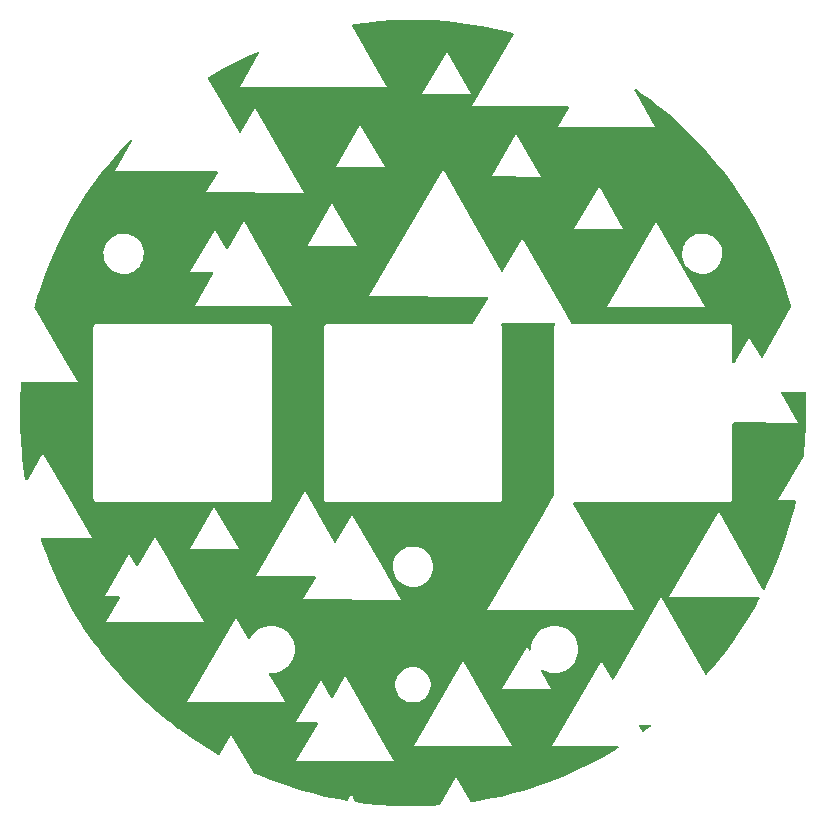
<source format=gbr>
%TF.GenerationSoftware,KiCad,Pcbnew,(7.0.0-0)*%
%TF.CreationDate,2023-03-27T01:09:40-05:00*%
%TF.ProjectId,RP2040_minimal,52503230-3430-45f6-9d69-6e696d616c2e,REV1*%
%TF.SameCoordinates,Original*%
%TF.FileFunction,Copper,L1,Top*%
%TF.FilePolarity,Positive*%
%FSLAX46Y46*%
G04 Gerber Fmt 4.6, Leading zero omitted, Abs format (unit mm)*
G04 Created by KiCad (PCBNEW (7.0.0-0)) date 2023-03-27 01:09:40*
%MOMM*%
%LPD*%
G01*
G04 APERTURE LIST*
G04 APERTURE END LIST*
%TA.AperFunction,Conductor*%
%TO.N,GND*%
G36*
X576479Y33294480D02*
G01*
X1721925Y33254920D01*
X1725331Y33254744D01*
X2868756Y33175669D01*
X2872064Y33175384D01*
X4012128Y33056884D01*
X4015487Y33056476D01*
X5150761Y32898700D01*
X5154062Y32898183D01*
X6283206Y32701317D01*
X6286519Y32700681D01*
X7408184Y32464960D01*
X7411508Y32464200D01*
X8455042Y32206992D01*
X8506374Y32175463D01*
X8529926Y32120017D01*
X8516979Y32061183D01*
X5006541Y26011274D01*
X5006540Y26011272D01*
X5000000Y26000000D01*
X13084804Y25982461D01*
X13134272Y25969090D01*
X13170430Y25932775D01*
X13183586Y25883246D01*
X13170215Y25833775D01*
X12244859Y24239010D01*
X12244858Y24239008D01*
X12238318Y24227736D01*
X20530524Y24209746D01*
X18767644Y27278498D01*
X18754499Y27329233D01*
X18769098Y27379571D01*
X18807351Y27415402D01*
X18858535Y27426681D01*
X18908305Y27410249D01*
X18914841Y27405903D01*
X18917638Y27403973D01*
X19432734Y27035141D01*
X19849535Y26736692D01*
X19852279Y26734654D01*
X20304036Y26386976D01*
X20760564Y26035625D01*
X20763202Y26033520D01*
X21004993Y25833775D01*
X21646807Y25303566D01*
X21649404Y25301345D01*
X22507314Y24541303D01*
X22509833Y24538992D01*
X23340962Y23749826D01*
X23343399Y23747431D01*
X23659622Y23425702D01*
X23957277Y23122863D01*
X24146822Y22930018D01*
X24149175Y22927539D01*
X24923866Y22082926D01*
X24926133Y22080368D01*
X25671243Y21209478D01*
X25673419Y21206844D01*
X26388015Y20310771D01*
X26390100Y20308062D01*
X27073355Y19387837D01*
X27075344Y19385058D01*
X27726392Y18441852D01*
X27728285Y18439007D01*
X28346432Y17473824D01*
X28348225Y17470914D01*
X28932656Y16485027D01*
X28934348Y16482058D01*
X29484424Y15476545D01*
X29486012Y15473519D01*
X30001047Y14449634D01*
X30002529Y14446557D01*
X30481920Y13405496D01*
X30483284Y13402394D01*
X30926455Y12345407D01*
X30927722Y12342233D01*
X31334150Y11270570D01*
X31335306Y11267354D01*
X31704490Y10182339D01*
X31705535Y10179085D01*
X32037054Y9081954D01*
X32037986Y9078667D01*
X32053445Y9020305D01*
X32055865Y8981787D01*
X32043374Y8945270D01*
X29595974Y4727411D01*
X29559659Y4691253D01*
X29510130Y4678097D01*
X29460659Y4691468D01*
X29424502Y4727782D01*
X28469476Y6390254D01*
X28462936Y6378984D01*
X28462934Y6378981D01*
X27539207Y4787026D01*
X27476003Y4678097D01*
X27235129Y4262974D01*
X27198851Y4226838D01*
X27149371Y4213660D01*
X27099926Y4226966D01*
X27063742Y4263197D01*
X27050500Y4312660D01*
X27050500Y7194272D01*
X27051823Y7203764D01*
X27051044Y7203836D01*
X27051890Y7212968D01*
X27054401Y7221793D01*
X27050922Y7259338D01*
X27050500Y7268472D01*
X27050500Y7273263D01*
X27050500Y7277844D01*
X27048778Y7287055D01*
X27047514Y7296103D01*
X27044035Y7333660D01*
X27039945Y7341873D01*
X27038569Y7346711D01*
X27036747Y7351414D01*
X27035061Y7360433D01*
X27015217Y7392482D01*
X27010766Y7400472D01*
X27005557Y7410933D01*
X26993958Y7434228D01*
X26987179Y7440408D01*
X26984145Y7444426D01*
X26980748Y7448152D01*
X26975919Y7455952D01*
X26945833Y7478672D01*
X26938798Y7484513D01*
X26934780Y7488176D01*
X26910933Y7509916D01*
X26902381Y7513230D01*
X26898104Y7515878D01*
X26893582Y7518130D01*
X26886264Y7523656D01*
X26877443Y7526166D01*
X26877441Y7526167D01*
X26850001Y7533974D01*
X26841332Y7536880D01*
X26814726Y7547187D01*
X26814723Y7547188D01*
X26806173Y7550500D01*
X26797002Y7550500D01*
X26792053Y7551425D01*
X26787030Y7551891D01*
X26778207Y7554401D01*
X26769074Y7553555D01*
X26769072Y7553555D01*
X26740662Y7550922D01*
X26731528Y7550500D01*
X13485737Y7550500D01*
X13436144Y7563817D01*
X13399893Y7600186D01*
X12606216Y8981787D01*
X12595753Y9000000D01*
X16400000Y9000000D01*
X24692206Y8982010D01*
X22059268Y13565325D01*
X22795748Y13565325D01*
X22795893Y13561540D01*
X22795893Y13561537D01*
X22800755Y13434675D01*
X22805749Y13304407D01*
X22806469Y13300691D01*
X22806471Y13300680D01*
X22854739Y13051798D01*
X22854740Y13051791D01*
X22855462Y13048073D01*
X22943721Y12802332D01*
X23068459Y12572943D01*
X23226750Y12365284D01*
X23414886Y12184222D01*
X23628456Y12034001D01*
X23862453Y11918141D01*
X24111395Y11839359D01*
X24369445Y11799500D01*
X24563272Y11799500D01*
X24565177Y11799500D01*
X24760344Y11814484D01*
X25014586Y11873979D01*
X25256766Y11971586D01*
X25481208Y12105018D01*
X25682652Y12271148D01*
X25856375Y12466080D01*
X25998306Y12685247D01*
X26105118Y12923511D01*
X26174307Y13175287D01*
X26204252Y13434675D01*
X26194251Y13695593D01*
X26144538Y13951927D01*
X26056279Y14197668D01*
X25931541Y14427057D01*
X25773250Y14634716D01*
X25585114Y14815778D01*
X25371544Y14965999D01*
X25249410Y15026472D01*
X25140949Y15080175D01*
X25140944Y15080177D01*
X25137547Y15081859D01*
X25133931Y15083004D01*
X25133927Y15083005D01*
X24892227Y15159495D01*
X24892224Y15159496D01*
X24888605Y15160641D01*
X24884861Y15161220D01*
X24884854Y15161221D01*
X24634306Y15199921D01*
X24634301Y15199922D01*
X24630555Y15200500D01*
X24434823Y15200500D01*
X24432938Y15200356D01*
X24432930Y15200355D01*
X24243441Y15185807D01*
X24243435Y15185807D01*
X24239656Y15185516D01*
X24235962Y15184652D01*
X24235958Y15184651D01*
X23989100Y15126884D01*
X23989094Y15126883D01*
X23985414Y15126021D01*
X23981910Y15124610D01*
X23981901Y15124606D01*
X23746756Y15029834D01*
X23746750Y15029832D01*
X23743234Y15028414D01*
X23739979Y15026480D01*
X23739965Y15026472D01*
X23522059Y14896925D01*
X23522052Y14896921D01*
X23518792Y14894982D01*
X23515863Y14892567D01*
X23515858Y14892563D01*
X23320275Y14731267D01*
X23320266Y14731260D01*
X23317348Y14728852D01*
X23314831Y14726028D01*
X23314824Y14726021D01*
X23146150Y14536754D01*
X23146146Y14536749D01*
X23143625Y14533920D01*
X23141567Y14530743D01*
X23141560Y14530733D01*
X23003756Y14317938D01*
X23003752Y14317933D01*
X23001694Y14314753D01*
X23000145Y14311298D01*
X23000143Y14311294D01*
X22896436Y14079957D01*
X22896433Y14079950D01*
X22894882Y14076489D01*
X22893876Y14072830D01*
X22893874Y14072823D01*
X22826699Y13828377D01*
X22826696Y13828367D01*
X22825693Y13824713D01*
X22825258Y13820951D01*
X22825257Y13820942D01*
X22796182Y13569088D01*
X22795748Y13565325D01*
X22059268Y13565325D01*
X20561682Y16172264D01*
X20555142Y16160994D01*
X20555140Y16160991D01*
X16406541Y9011274D01*
X16406540Y9011272D01*
X16400000Y9000000D01*
X12595753Y9000000D01*
X9269476Y14790254D01*
X9262936Y14778984D01*
X9262934Y14778981D01*
X7649646Y11998633D01*
X7613331Y11962475D01*
X7563802Y11949319D01*
X7514331Y11962690D01*
X7478174Y11999004D01*
X5404374Y15608995D01*
X13663897Y15608995D01*
X17810000Y15600000D01*
X15744738Y19195128D01*
X15738198Y19183858D01*
X15738196Y19183855D01*
X13670438Y15620269D01*
X13670437Y15620267D01*
X13663897Y15608995D01*
X5404374Y15608995D01*
X2859510Y20038995D01*
X6673897Y20038995D01*
X10820000Y20030000D01*
X8754738Y23625128D01*
X8748198Y23613858D01*
X8748196Y23613855D01*
X6680438Y20050269D01*
X6680437Y20050267D01*
X6673897Y20038995D01*
X2859510Y20038995D01*
X2520000Y20630000D01*
X2513460Y20618730D01*
X2513458Y20618727D01*
X-3715982Y9882877D01*
X-3715983Y9882875D01*
X-3722523Y9871603D01*
X6231226Y9850009D01*
X6280697Y9836638D01*
X6316855Y9800323D01*
X6330011Y9750794D01*
X6316640Y9701323D01*
X5114334Y7629262D01*
X5114333Y7629261D01*
X5107794Y7617990D01*
X5109851Y7617986D01*
X5092997Y7585753D01*
X5059026Y7559745D01*
X5017252Y7550500D01*
X-7194272Y7550500D01*
X-7203764Y7551824D01*
X-7203836Y7551044D01*
X-7212970Y7551891D01*
X-7221793Y7554401D01*
X-7230926Y7553555D01*
X-7230928Y7553555D01*
X-7259338Y7550922D01*
X-7268472Y7550500D01*
X-7277844Y7550500D01*
X-7282339Y7549661D01*
X-7282350Y7549659D01*
X-7287061Y7548778D01*
X-7296105Y7547517D01*
X-7324522Y7544883D01*
X-7324528Y7544882D01*
X-7333660Y7544035D01*
X-7341870Y7539949D01*
X-7346717Y7538569D01*
X-7351423Y7536747D01*
X-7360433Y7535061D01*
X-7368226Y7530237D01*
X-7368229Y7530235D01*
X-7392484Y7515217D01*
X-7400466Y7510771D01*
X-7426015Y7498049D01*
X-7426021Y7498046D01*
X-7434228Y7493958D01*
X-7440406Y7487183D01*
X-7444437Y7484138D01*
X-7448160Y7480745D01*
X-7455952Y7475919D01*
X-7461478Y7468603D01*
X-7461480Y7468600D01*
X-7478678Y7445826D01*
X-7484512Y7438801D01*
X-7509916Y7410933D01*
X-7513228Y7402386D01*
X-7515876Y7398109D01*
X-7518130Y7393583D01*
X-7523656Y7386264D01*
X-7526166Y7377446D01*
X-7526169Y7377438D01*
X-7533976Y7349998D01*
X-7536880Y7341331D01*
X-7547188Y7314724D01*
X-7547189Y7314722D01*
X-7550500Y7306173D01*
X-7550500Y7297003D01*
X-7551425Y7292054D01*
X-7551891Y7287031D01*
X-7554401Y7278207D01*
X-7553555Y7269076D01*
X-7553555Y7269073D01*
X-7550922Y7240662D01*
X-7550500Y7231528D01*
X-7550500Y-7194272D01*
X-7551824Y-7203763D01*
X-7551044Y-7203836D01*
X-7551891Y-7212969D01*
X-7554401Y-7221793D01*
X-7553555Y-7230924D01*
X-7553555Y-7230927D01*
X-7550922Y-7259338D01*
X-7550500Y-7268472D01*
X-7550500Y-7277844D01*
X-7549660Y-7282343D01*
X-7549659Y-7282344D01*
X-7548778Y-7287059D01*
X-7547517Y-7296105D01*
X-7544884Y-7324521D01*
X-7544882Y-7324531D01*
X-7544035Y-7333660D01*
X-7539947Y-7341871D01*
X-7538568Y-7346716D01*
X-7536748Y-7351416D01*
X-7535061Y-7360433D01*
X-7515207Y-7392498D01*
X-7510772Y-7400460D01*
X-7493958Y-7434228D01*
X-7487180Y-7440407D01*
X-7484141Y-7444431D01*
X-7480749Y-7448152D01*
X-7475919Y-7455952D01*
X-7445830Y-7478674D01*
X-7438805Y-7484507D01*
X-7410933Y-7509916D01*
X-7402373Y-7513232D01*
X-7398088Y-7515885D01*
X-7393586Y-7518126D01*
X-7386264Y-7523656D01*
X-7349998Y-7533974D01*
X-7341343Y-7536874D01*
X-7306173Y-7550500D01*
X-7296996Y-7550500D01*
X-7292049Y-7551425D01*
X-7287034Y-7551889D01*
X-7278207Y-7554401D01*
X-7240663Y-7550922D01*
X-7231528Y-7550500D01*
X7194272Y-7550500D01*
X7203763Y-7551823D01*
X7203836Y-7551044D01*
X7212967Y-7551890D01*
X7221793Y-7554401D01*
X7259337Y-7550922D01*
X7268472Y-7550500D01*
X7273263Y-7550500D01*
X7277844Y-7550500D01*
X7287049Y-7548778D01*
X7296107Y-7547514D01*
X7333660Y-7544035D01*
X7341876Y-7539943D01*
X7346714Y-7538567D01*
X7351411Y-7536747D01*
X7360433Y-7535061D01*
X7392491Y-7515210D01*
X7400463Y-7510770D01*
X7434228Y-7493958D01*
X7440413Y-7487172D01*
X7444434Y-7484136D01*
X7448147Y-7480750D01*
X7455952Y-7475919D01*
X7478673Y-7445829D01*
X7484504Y-7438806D01*
X7509916Y-7410933D01*
X7513230Y-7402375D01*
X7515873Y-7398108D01*
X7518122Y-7393591D01*
X7523656Y-7386264D01*
X7533977Y-7349983D01*
X7536872Y-7341348D01*
X7550500Y-7306173D01*
X7550500Y-7296998D01*
X7551425Y-7292050D01*
X7551889Y-7287033D01*
X7554401Y-7278207D01*
X7550922Y-7240662D01*
X7550500Y-7231528D01*
X7550500Y7194272D01*
X7551823Y7203764D01*
X7551044Y7203836D01*
X7551890Y7212968D01*
X7554401Y7221793D01*
X7550922Y7259338D01*
X7550500Y7268472D01*
X7550500Y7273263D01*
X7550500Y7277844D01*
X7548778Y7287055D01*
X7547514Y7296103D01*
X7544035Y7333660D01*
X7539945Y7341873D01*
X7538569Y7346711D01*
X7536747Y7351414D01*
X7535061Y7360433D01*
X7515217Y7392482D01*
X7510766Y7400472D01*
X7505557Y7410933D01*
X7493958Y7434228D01*
X7487179Y7440408D01*
X7484145Y7444426D01*
X7481813Y7446984D01*
X7479759Y7451233D01*
X7476150Y7455580D01*
X7475916Y7455958D01*
X7477116Y7456702D01*
X7457257Y7497794D01*
X7464453Y7553767D01*
X7501062Y7596714D01*
X7555186Y7612681D01*
X11941328Y7603165D01*
X11995293Y7587023D01*
X12031719Y7544056D01*
X12038812Y7488176D01*
X12014276Y7437472D01*
X11996263Y7417712D01*
X11996261Y7417710D01*
X11990084Y7410933D01*
X11986771Y7402386D01*
X11984124Y7398109D01*
X11981870Y7393583D01*
X11976344Y7386264D01*
X11973834Y7377446D01*
X11973831Y7377438D01*
X11966024Y7349998D01*
X11963120Y7341331D01*
X11952812Y7314724D01*
X11952811Y7314722D01*
X11949500Y7306173D01*
X11949500Y7297003D01*
X11948575Y7292054D01*
X11948109Y7287031D01*
X11945599Y7278207D01*
X11946445Y7269076D01*
X11946445Y7269073D01*
X11949078Y7240662D01*
X11949500Y7231528D01*
X11949500Y-6861665D01*
X11936129Y-6911350D01*
X11060149Y-8421019D01*
X6288828Y-16643938D01*
X6288827Y-16643940D01*
X6282287Y-16655212D01*
X18720596Y-16682197D01*
X18088581Y-15582010D01*
X13559989Y-7698814D01*
X13546833Y-7649339D01*
X13560150Y-7599907D01*
X13596380Y-7563737D01*
X13645833Y-7550500D01*
X26694272Y-7550500D01*
X26703763Y-7551823D01*
X26703836Y-7551044D01*
X26712967Y-7551890D01*
X26721793Y-7554401D01*
X26759337Y-7550922D01*
X26768472Y-7550500D01*
X26773263Y-7550500D01*
X26777844Y-7550500D01*
X26787049Y-7548778D01*
X26796107Y-7547514D01*
X26833660Y-7544035D01*
X26841876Y-7539943D01*
X26846714Y-7538567D01*
X26851411Y-7536747D01*
X26860433Y-7535061D01*
X26892491Y-7515210D01*
X26900463Y-7510770D01*
X26934228Y-7493958D01*
X26940413Y-7487172D01*
X26944434Y-7484136D01*
X26948147Y-7480750D01*
X26955952Y-7475919D01*
X26978673Y-7445829D01*
X26984504Y-7438806D01*
X27009916Y-7410933D01*
X27013230Y-7402375D01*
X27015873Y-7398108D01*
X27018122Y-7393591D01*
X27023656Y-7386264D01*
X27033977Y-7349983D01*
X27036872Y-7341348D01*
X27050500Y-7306173D01*
X27050500Y-7296998D01*
X27051425Y-7292050D01*
X27051889Y-7287033D01*
X27054401Y-7278207D01*
X27050922Y-7240662D01*
X27050500Y-7231528D01*
X27050500Y-887175D01*
X27063799Y-837613D01*
X27100124Y-801367D01*
X27149714Y-788175D01*
X32600000Y-800000D01*
X31185457Y1662381D01*
X31172302Y1711908D01*
X31185673Y1761379D01*
X31221988Y1797537D01*
X31271516Y1810693D01*
X33151807Y1806614D01*
X33199729Y1794123D01*
X33235606Y1759983D01*
X33250458Y1712738D01*
X33279569Y1151079D01*
X33279687Y1147664D01*
X33299470Y1709D01*
X33299470Y-1709D01*
X33279687Y-1147663D01*
X33279569Y-1151078D01*
X33220245Y-2295640D01*
X33220010Y-2299050D01*
X33121210Y-3440950D01*
X33120856Y-3444350D01*
X33104317Y-3580555D01*
X33091668Y-3618307D01*
X30914335Y-7370736D01*
X30914334Y-7370738D01*
X30907794Y-7382010D01*
X32341238Y-7385119D01*
X32396909Y-7402402D01*
X32433205Y-7448017D01*
X32437540Y-7506149D01*
X32332257Y-7967424D01*
X32331439Y-7970742D01*
X32037986Y-9078665D01*
X32037054Y-9081953D01*
X31705535Y-10179084D01*
X31704490Y-10182338D01*
X31335306Y-11267353D01*
X31334150Y-11270569D01*
X30927722Y-12342232D01*
X30926455Y-12345406D01*
X30483284Y-13402393D01*
X30481910Y-13405516D01*
X30460539Y-13451927D01*
X30002530Y-14446554D01*
X30001047Y-14449633D01*
X29774704Y-14899600D01*
X29739370Y-14938662D01*
X29689003Y-14954074D01*
X29637861Y-14941473D01*
X29600419Y-14904426D01*
X29483271Y-14700500D01*
X25869476Y-8409746D01*
X25862936Y-8421016D01*
X25862934Y-8421019D01*
X21714335Y-15570736D01*
X21714334Y-15570738D01*
X21707794Y-15582010D01*
X29250987Y-15598374D01*
X29299916Y-15611434D01*
X29335986Y-15646983D01*
X29349756Y-15695719D01*
X29337623Y-15744888D01*
X28934348Y-16482057D01*
X28932656Y-16485026D01*
X28348225Y-17470913D01*
X28346432Y-17473823D01*
X27728285Y-18439006D01*
X27726392Y-18441851D01*
X27075344Y-19385057D01*
X27073355Y-19387836D01*
X26390100Y-20308061D01*
X26388015Y-20310770D01*
X25673419Y-21206843D01*
X25671243Y-21209477D01*
X24926146Y-22080352D01*
X24923880Y-22082910D01*
X24892516Y-22117105D01*
X24839476Y-22147163D01*
X24778882Y-22140445D01*
X24733713Y-22099501D01*
X21006492Y-15611301D01*
X21006491Y-15611300D01*
X21000000Y-15600000D01*
X20993460Y-15611270D01*
X20993458Y-15611273D01*
X16987454Y-22515240D01*
X16951139Y-22551398D01*
X16901610Y-22564554D01*
X16852139Y-22551183D01*
X16815982Y-22514869D01*
X15961682Y-21027736D01*
X15955142Y-21039006D01*
X15955140Y-21039009D01*
X11806541Y-28188726D01*
X11806540Y-28188728D01*
X11800000Y-28200000D01*
X17333441Y-28212004D01*
X17382380Y-28225069D01*
X17418452Y-28260632D01*
X17432212Y-28309381D01*
X17420057Y-28358555D01*
X17385171Y-28395281D01*
X16981959Y-28643808D01*
X16979019Y-28645551D01*
X15983160Y-29212896D01*
X15980162Y-29214536D01*
X14965318Y-29747168D01*
X14962264Y-29748704D01*
X13929640Y-30245989D01*
X13926536Y-30247418D01*
X12877384Y-30708756D01*
X12874232Y-30710078D01*
X11809759Y-31134936D01*
X11806564Y-31136148D01*
X10728056Y-31524015D01*
X10724820Y-31525116D01*
X9633567Y-31875525D01*
X9630296Y-31876513D01*
X8527615Y-32189043D01*
X8524311Y-32189918D01*
X7411508Y-32464199D01*
X7408176Y-32464960D01*
X6286540Y-32700675D01*
X6283184Y-32701320D01*
X5154096Y-32898176D01*
X5150719Y-32898705D01*
X4956479Y-32925699D01*
X4899288Y-32916541D01*
X4857008Y-32876955D01*
X3675968Y-30821047D01*
X3675967Y-30821046D01*
X3669476Y-30809746D01*
X3662936Y-30821016D01*
X3662934Y-30821019D01*
X2299113Y-33171433D01*
X2265823Y-33205781D01*
X2220314Y-33220511D01*
X1725334Y-33254742D01*
X1721921Y-33254919D01*
X576479Y-33294480D01*
X573062Y-33294539D01*
X-573062Y-33294539D01*
X-576479Y-33294480D01*
X-1721922Y-33254919D01*
X-1725335Y-33254742D01*
X-2868708Y-33175672D01*
X-2872113Y-33175378D01*
X-4012112Y-33056885D01*
X-4015505Y-33056473D01*
X-4794820Y-32948166D01*
X-4836578Y-32932165D01*
X-4867036Y-32899422D01*
X-5202667Y-32315168D01*
X-5202668Y-32315167D01*
X-5209159Y-32303867D01*
X-5215699Y-32315137D01*
X-5215701Y-32315140D01*
X-5482626Y-32775160D01*
X-5526427Y-32815204D01*
X-5585259Y-32823003D01*
X-6283185Y-32701320D01*
X-6286541Y-32700675D01*
X-7408177Y-32464960D01*
X-7411509Y-32464199D01*
X-8524312Y-32189918D01*
X-8527616Y-32189043D01*
X-9630297Y-31876513D01*
X-9633568Y-31875525D01*
X-10724821Y-31525116D01*
X-10728057Y-31524015D01*
X-11806565Y-31136148D01*
X-11809760Y-31134936D01*
X-12874233Y-30710078D01*
X-12877385Y-30708756D01*
X-13502996Y-30433659D01*
X-13529300Y-30416686D01*
X-13548990Y-30392348D01*
X-13632247Y-30247418D01*
X-15369159Y-27223867D01*
X-15375699Y-27235137D01*
X-15375701Y-27235140D01*
X-16339804Y-28896679D01*
X-16375893Y-28932706D01*
X-16425125Y-28945993D01*
X-16474439Y-28933013D01*
X-16979020Y-28645551D01*
X-16981960Y-28643808D01*
X-17957628Y-28042437D01*
X-17960506Y-28040594D01*
X-18914850Y-27405896D01*
X-18917662Y-27403955D01*
X-19849536Y-26736691D01*
X-19852280Y-26734653D01*
X-20611950Y-26150000D01*
X-9900000Y-26150000D01*
X-8133662Y-26153832D01*
X-8084194Y-26167202D01*
X-8048036Y-26203517D01*
X-8034880Y-26253046D01*
X-8048251Y-26302517D01*
X-9875141Y-29450990D01*
X-9875142Y-29450992D01*
X-9881682Y-29462264D01*
X-1589476Y-29480254D01*
X-2335267Y-28182010D01*
X107794Y-28182010D01*
X8400000Y-28200000D01*
X5608694Y-23341005D01*
X7553897Y-23341005D01*
X11700000Y-23350000D01*
X10841622Y-21855770D01*
X10828467Y-21806756D01*
X10841327Y-21757663D01*
X10876822Y-21721392D01*
X10925625Y-21707474D01*
X10974912Y-21719566D01*
X11166839Y-21824367D01*
X11170140Y-21825598D01*
X11170144Y-21825600D01*
X11251036Y-21855771D01*
X11434954Y-21924369D01*
X11714572Y-21985196D01*
X11928552Y-22000500D01*
X12069684Y-22000500D01*
X12071448Y-22000500D01*
X12285428Y-21985196D01*
X12565046Y-21924369D01*
X12833161Y-21824367D01*
X13084315Y-21687226D01*
X13313395Y-21515739D01*
X13515739Y-21313395D01*
X13687226Y-21084315D01*
X13824367Y-20833161D01*
X13924369Y-20565046D01*
X13985196Y-20285428D01*
X14005610Y-20000000D01*
X13985196Y-19714572D01*
X13924369Y-19434954D01*
X13824367Y-19166839D01*
X13687226Y-18915685D01*
X13515739Y-18686605D01*
X13313395Y-18484261D01*
X13254840Y-18440427D01*
X13087141Y-18314889D01*
X13087136Y-18314885D01*
X13084315Y-18312774D01*
X12833161Y-18175633D01*
X12829865Y-18174404D01*
X12829855Y-18174399D01*
X12568360Y-18076867D01*
X12568359Y-18076866D01*
X12565046Y-18075631D01*
X12561600Y-18074881D01*
X12561592Y-18074879D01*
X12288870Y-18015552D01*
X12288859Y-18015550D01*
X12285428Y-18014804D01*
X12281919Y-18014553D01*
X12281912Y-18014552D01*
X12073204Y-17999625D01*
X12073187Y-17999624D01*
X12071448Y-17999500D01*
X11928552Y-17999500D01*
X11926813Y-17999624D01*
X11926795Y-17999625D01*
X11718087Y-18014552D01*
X11718078Y-18014553D01*
X11714572Y-18014804D01*
X11711142Y-18015550D01*
X11711129Y-18015552D01*
X11438407Y-18074879D01*
X11438395Y-18074882D01*
X11434954Y-18075631D01*
X11431644Y-18076865D01*
X11431639Y-18076867D01*
X11170144Y-18174399D01*
X11170128Y-18174406D01*
X11166839Y-18175633D01*
X11163743Y-18177323D01*
X11163742Y-18177324D01*
X10918784Y-18311081D01*
X10918775Y-18311086D01*
X10915685Y-18312774D01*
X10912869Y-18314881D01*
X10912858Y-18314889D01*
X10689433Y-18482143D01*
X10689424Y-18482150D01*
X10686605Y-18484261D01*
X10684116Y-18486749D01*
X10684109Y-18486756D01*
X10486756Y-18684109D01*
X10486749Y-18684116D01*
X10484261Y-18686605D01*
X10482150Y-18689424D01*
X10482143Y-18689433D01*
X10314889Y-18912858D01*
X10314881Y-18912869D01*
X10312774Y-18915685D01*
X10311086Y-18918775D01*
X10311081Y-18918784D01*
X10177324Y-19163742D01*
X10175633Y-19166839D01*
X10174406Y-19170128D01*
X10174399Y-19170144D01*
X10093205Y-19387836D01*
X10075631Y-19434954D01*
X10074882Y-19438395D01*
X10074879Y-19438407D01*
X10015552Y-19711129D01*
X10015550Y-19711142D01*
X10014804Y-19714572D01*
X10014553Y-19718078D01*
X10014552Y-19718087D01*
X10011115Y-19766145D01*
X9994390Y-20000000D01*
X9994642Y-20003523D01*
X9994642Y-20003526D01*
X9994654Y-20003694D01*
X9994642Y-20003754D01*
X9994642Y-20007063D01*
X9993979Y-20007063D01*
X9984309Y-20055319D01*
X9948959Y-20094339D01*
X9898604Y-20109718D01*
X9847485Y-20097106D01*
X9810062Y-20060069D01*
X9641230Y-19766173D01*
X9641229Y-19766172D01*
X9634738Y-19754872D01*
X9628198Y-19766142D01*
X9628196Y-19766145D01*
X7560438Y-23329731D01*
X7560437Y-23329733D01*
X7553897Y-23341005D01*
X5608694Y-23341005D01*
X4736472Y-21822675D01*
X4275968Y-21021047D01*
X4275967Y-21021046D01*
X4269476Y-21009746D01*
X4262936Y-21021016D01*
X4262934Y-21021019D01*
X114335Y-28170736D01*
X114334Y-28170738D01*
X107794Y-28182010D01*
X-2335267Y-28182010D01*
X-5240707Y-23124335D01*
X-1500500Y-23124335D01*
X-1499828Y-23128364D01*
X-1499827Y-23128372D01*
X-1462849Y-23349971D01*
X-1459571Y-23369614D01*
X-1458246Y-23373474D01*
X-1458244Y-23373481D01*
X-1380158Y-23600936D01*
X-1378828Y-23604810D01*
X-1376881Y-23608407D01*
X-1376880Y-23608410D01*
X-1262424Y-23819907D01*
X-1262420Y-23819913D01*
X-1260474Y-23823509D01*
X-1257962Y-23826736D01*
X-1257959Y-23826741D01*
X-1142744Y-23974768D01*
X-1107738Y-24019744D01*
X-924785Y-24188164D01*
X-716607Y-24324173D01*
X-488881Y-24424063D01*
X-247821Y-24485108D01*
X-62067Y-24500500D01*
X60033Y-24500500D01*
X62067Y-24500500D01*
X247821Y-24485108D01*
X488881Y-24424063D01*
X716607Y-24324173D01*
X924785Y-24188164D01*
X1107738Y-24019744D01*
X1260474Y-23823509D01*
X1378828Y-23604810D01*
X1459571Y-23369614D01*
X1500500Y-23124335D01*
X1500500Y-22875665D01*
X1459571Y-22630386D01*
X1378828Y-22395190D01*
X1260474Y-22176491D01*
X1232418Y-22140445D01*
X1131259Y-22010476D01*
X1107738Y-21980256D01*
X924785Y-21811836D01*
X917009Y-21806756D01*
X783556Y-21719567D01*
X716607Y-21675827D01*
X712870Y-21674188D01*
X712865Y-21674185D01*
X492622Y-21577578D01*
X488881Y-21575937D01*
X484926Y-21574935D01*
X484919Y-21574933D01*
X251786Y-21515896D01*
X251785Y-21515895D01*
X247821Y-21514892D01*
X243744Y-21514554D01*
X243743Y-21514554D01*
X64092Y-21499667D01*
X64072Y-21499666D01*
X62067Y-21499500D01*
X-62067Y-21499500D01*
X-64072Y-21499666D01*
X-64093Y-21499667D01*
X-243744Y-21514554D01*
X-243747Y-21514554D01*
X-247821Y-21514892D01*
X-251784Y-21515895D01*
X-251787Y-21515896D01*
X-484920Y-21574933D01*
X-484931Y-21574936D01*
X-488881Y-21575937D01*
X-492619Y-21577576D01*
X-492623Y-21577578D01*
X-712866Y-21674185D01*
X-712877Y-21674190D01*
X-716607Y-21675827D01*
X-720024Y-21678059D01*
X-720027Y-21678061D01*
X-921364Y-21809600D01*
X-921372Y-21809605D01*
X-924785Y-21811836D01*
X-927793Y-21814604D01*
X-927793Y-21814605D01*
X-1104725Y-21977481D01*
X-1104734Y-21977489D01*
X-1107738Y-21980256D01*
X-1110251Y-21983483D01*
X-1110256Y-21983490D01*
X-1257959Y-22173258D01*
X-1257967Y-22173268D01*
X-1260474Y-22176491D01*
X-1262417Y-22180080D01*
X-1262424Y-22180092D01*
X-1376880Y-22391589D01*
X-1376884Y-22391596D01*
X-1378828Y-22395190D01*
X-1380157Y-22399058D01*
X-1380158Y-22399063D01*
X-1458244Y-22626518D01*
X-1458247Y-22626527D01*
X-1459571Y-22630386D01*
X-1460243Y-22634412D01*
X-1460244Y-22634417D01*
X-1499827Y-22871627D01*
X-1499828Y-22871636D01*
X-1500500Y-22875665D01*
X-1500500Y-23124335D01*
X-5240707Y-23124335D01*
X-5590822Y-22514868D01*
X-5713508Y-22301301D01*
X-5713509Y-22301300D01*
X-5720000Y-22290000D01*
X-5726540Y-22301270D01*
X-5726542Y-22301273D01*
X-6767838Y-24095846D01*
X-6804153Y-24132004D01*
X-6853682Y-24145160D01*
X-6903153Y-24131789D01*
X-6939310Y-24095475D01*
X-7819159Y-22563867D01*
X-7825699Y-22575137D01*
X-7825701Y-22575140D01*
X-9893459Y-26138726D01*
X-9893460Y-26138728D01*
X-9900000Y-26150000D01*
X-20611950Y-26150000D01*
X-20760548Y-26035637D01*
X-20763220Y-26033506D01*
X-21646808Y-25303565D01*
X-21649405Y-25301344D01*
X-22507315Y-24541302D01*
X-22509834Y-24538991D01*
X-22569845Y-24482010D01*
X-19112206Y-24482010D01*
X-10820000Y-24500000D01*
X-11467142Y-23373481D01*
X-12171088Y-22148080D01*
X-12184225Y-22096836D01*
X-12169100Y-22046144D01*
X-12130032Y-22010476D01*
X-12078175Y-22000019D01*
X-12077169Y-22000090D01*
X-12071448Y-22000500D01*
X-11930316Y-22000500D01*
X-11928552Y-22000500D01*
X-11714572Y-21985196D01*
X-11434954Y-21924369D01*
X-11166839Y-21824367D01*
X-10915685Y-21687226D01*
X-10686605Y-21515739D01*
X-10484261Y-21313395D01*
X-10312774Y-21084315D01*
X-10175633Y-20833161D01*
X-10075631Y-20565046D01*
X-10014804Y-20285428D01*
X-9994390Y-20000000D01*
X-10014804Y-19714572D01*
X-10075631Y-19434954D01*
X-10175633Y-19166839D01*
X-10312774Y-18915685D01*
X-10484261Y-18686605D01*
X-10686605Y-18484261D01*
X-10745160Y-18440427D01*
X-10912859Y-18314889D01*
X-10912864Y-18314885D01*
X-10915685Y-18312774D01*
X-11166839Y-18175633D01*
X-11170135Y-18174404D01*
X-11170145Y-18174399D01*
X-11431640Y-18076867D01*
X-11431641Y-18076866D01*
X-11434954Y-18075631D01*
X-11438400Y-18074881D01*
X-11438408Y-18074879D01*
X-11711130Y-18015552D01*
X-11711141Y-18015550D01*
X-11714572Y-18014804D01*
X-11718081Y-18014553D01*
X-11718088Y-18014552D01*
X-11926796Y-17999625D01*
X-11926813Y-17999624D01*
X-11928552Y-17999500D01*
X-12071448Y-17999500D01*
X-12073187Y-17999624D01*
X-12073205Y-17999625D01*
X-12281913Y-18014552D01*
X-12281922Y-18014553D01*
X-12285428Y-18014804D01*
X-12288858Y-18015550D01*
X-12288871Y-18015552D01*
X-12561593Y-18074879D01*
X-12561605Y-18074882D01*
X-12565046Y-18075631D01*
X-12568356Y-18076865D01*
X-12568361Y-18076867D01*
X-12829856Y-18174399D01*
X-12829872Y-18174406D01*
X-12833161Y-18175633D01*
X-12836257Y-18177323D01*
X-12836258Y-18177324D01*
X-13081216Y-18311081D01*
X-13081225Y-18311086D01*
X-13084315Y-18312774D01*
X-13087131Y-18314881D01*
X-13087142Y-18314889D01*
X-13310567Y-18482143D01*
X-13310576Y-18482150D01*
X-13313395Y-18484261D01*
X-13315884Y-18486749D01*
X-13315891Y-18486756D01*
X-13513244Y-18684109D01*
X-13513251Y-18684116D01*
X-13515739Y-18686605D01*
X-13517850Y-18689424D01*
X-13517857Y-18689433D01*
X-13685111Y-18912858D01*
X-13685119Y-18912869D01*
X-13687226Y-18915685D01*
X-13688914Y-18918775D01*
X-13688919Y-18918784D01*
X-13768580Y-19064671D01*
X-13804494Y-19102092D01*
X-13854400Y-19116219D01*
X-13904599Y-19103175D01*
X-13941314Y-19066539D01*
X-14026194Y-18918784D01*
X-14950524Y-17309746D01*
X-14957064Y-17321016D01*
X-14957066Y-17321019D01*
X-19105665Y-24470736D01*
X-19105666Y-24470738D01*
X-19112206Y-24482010D01*
X-22569845Y-24482010D01*
X-23340963Y-23749825D01*
X-23343400Y-23747430D01*
X-23734028Y-23350000D01*
X-24146834Y-22930006D01*
X-24149176Y-22927538D01*
X-24193000Y-22879759D01*
X-24640756Y-22391589D01*
X-24923867Y-22082925D01*
X-24926134Y-22080367D01*
X-25671244Y-21209477D01*
X-25673420Y-21206843D01*
X-26388016Y-20310770D01*
X-26390101Y-20308061D01*
X-26616045Y-20003754D01*
X-27073358Y-19387833D01*
X-27075345Y-19385057D01*
X-27726393Y-18441851D01*
X-27728286Y-18439006D01*
X-28000126Y-18014552D01*
X-28346440Y-17473811D01*
X-28348226Y-17470913D01*
X-28440938Y-17314516D01*
X-28932657Y-16485026D01*
X-28934349Y-16482057D01*
X-29477064Y-15490000D01*
X-26090000Y-15490000D01*
X-24898620Y-15492584D01*
X-24849149Y-15505955D01*
X-24812991Y-15542270D01*
X-24799835Y-15591799D01*
X-24813206Y-15641270D01*
X-25985141Y-17660990D01*
X-25985142Y-17660992D01*
X-25991682Y-17672264D01*
X-17699476Y-17690254D01*
X-19944611Y-13782010D01*
X-13292206Y-13782010D01*
X-8309674Y-13792819D01*
X-8260203Y-13806190D01*
X-8224045Y-13842505D01*
X-8210889Y-13892034D01*
X-8224260Y-13941505D01*
X-9285665Y-15770736D01*
X-9285666Y-15770738D01*
X-9292206Y-15782010D01*
X-1000000Y-15800000D01*
X-2646019Y-12934675D01*
X-1704252Y-12934675D01*
X-1704107Y-12938460D01*
X-1704107Y-12938463D01*
X-1699245Y-13065325D01*
X-1694251Y-13195593D01*
X-1693531Y-13199309D01*
X-1693529Y-13199320D01*
X-1645261Y-13448202D01*
X-1645260Y-13448209D01*
X-1644538Y-13451927D01*
X-1556279Y-13697668D01*
X-1431541Y-13927057D01*
X-1273250Y-14134716D01*
X-1085114Y-14315778D01*
X-871544Y-14465999D01*
X-637547Y-14581859D01*
X-388605Y-14660641D01*
X-130555Y-14700500D01*
X63272Y-14700500D01*
X65177Y-14700500D01*
X260344Y-14685516D01*
X514586Y-14626021D01*
X756766Y-14528414D01*
X981208Y-14394982D01*
X1182652Y-14228852D01*
X1356375Y-14033920D01*
X1498306Y-13814753D01*
X1605118Y-13576489D01*
X1674307Y-13324713D01*
X1704252Y-13065325D01*
X1694251Y-12804407D01*
X1644538Y-12548073D01*
X1556279Y-12302332D01*
X1431541Y-12072943D01*
X1273250Y-11865284D01*
X1085114Y-11684222D01*
X871544Y-11534001D01*
X848789Y-11522734D01*
X640949Y-11419825D01*
X640944Y-11419823D01*
X637547Y-11418141D01*
X633931Y-11416996D01*
X633927Y-11416995D01*
X392227Y-11340505D01*
X392224Y-11340504D01*
X388605Y-11339359D01*
X384861Y-11338780D01*
X384854Y-11338779D01*
X134306Y-11300079D01*
X134301Y-11300078D01*
X130555Y-11299500D01*
X-65177Y-11299500D01*
X-67062Y-11299644D01*
X-67070Y-11299645D01*
X-256559Y-11314193D01*
X-256565Y-11314193D01*
X-260344Y-11314484D01*
X-264038Y-11315348D01*
X-264042Y-11315349D01*
X-510900Y-11373116D01*
X-510906Y-11373117D01*
X-514586Y-11373979D01*
X-518090Y-11375390D01*
X-518099Y-11375394D01*
X-753244Y-11470166D01*
X-753250Y-11470168D01*
X-756766Y-11471586D01*
X-760021Y-11473520D01*
X-760035Y-11473528D01*
X-977941Y-11603075D01*
X-977948Y-11603079D01*
X-981208Y-11605018D01*
X-984137Y-11607433D01*
X-984142Y-11607437D01*
X-1179725Y-11768733D01*
X-1179734Y-11768740D01*
X-1182652Y-11771148D01*
X-1185169Y-11773972D01*
X-1185176Y-11773979D01*
X-1353850Y-11963246D01*
X-1353854Y-11963251D01*
X-1356375Y-11966080D01*
X-1358433Y-11969257D01*
X-1358440Y-11969267D01*
X-1496244Y-12182062D01*
X-1496248Y-12182067D01*
X-1498306Y-12185247D01*
X-1499855Y-12188702D01*
X-1499857Y-12188706D01*
X-1603564Y-12420043D01*
X-1603567Y-12420050D01*
X-1605118Y-12423511D01*
X-1606124Y-12427170D01*
X-1606126Y-12427177D01*
X-1673301Y-12671623D01*
X-1673304Y-12671633D01*
X-1674307Y-12675287D01*
X-1674742Y-12679049D01*
X-1674743Y-12679058D01*
X-1703818Y-12930912D01*
X-1704252Y-12934675D01*
X-2646019Y-12934675D01*
X-5130524Y-8609746D01*
X-5137064Y-8621016D01*
X-5137066Y-8621019D01*
X-6477147Y-10930520D01*
X-6513462Y-10966678D01*
X-6562991Y-10979834D01*
X-6612462Y-10966463D01*
X-6648619Y-10930149D01*
X-9130524Y-6609746D01*
X-9137064Y-6621016D01*
X-9137066Y-6621019D01*
X-13285665Y-13770736D01*
X-13285666Y-13770738D01*
X-13292206Y-13782010D01*
X-19944611Y-13782010D01*
X-20859903Y-12188706D01*
X-21246270Y-11516133D01*
X-18910841Y-11516133D01*
X-14764738Y-11525128D01*
X-16830000Y-7930000D01*
X-16836540Y-7941270D01*
X-16836542Y-7941273D01*
X-18904300Y-11504859D01*
X-18904301Y-11504861D01*
X-18910841Y-11516133D01*
X-21246270Y-11516133D01*
X-21823508Y-10511301D01*
X-21823509Y-10511300D01*
X-21830000Y-10500000D01*
X-21836540Y-10511270D01*
X-21836542Y-10511273D01*
X-23244235Y-12937297D01*
X-23280550Y-12973455D01*
X-23330079Y-12986611D01*
X-23379550Y-12973240D01*
X-23415707Y-12936926D01*
X-24009159Y-11903867D01*
X-24015699Y-11915137D01*
X-24015701Y-11915140D01*
X-26083459Y-15478726D01*
X-26083460Y-15478728D01*
X-26090000Y-15490000D01*
X-29477064Y-15490000D01*
X-29484425Y-15476544D01*
X-29486013Y-15473518D01*
X-29912321Y-14626021D01*
X-30001051Y-14449628D01*
X-30002519Y-14446580D01*
X-30481933Y-13405468D01*
X-30483271Y-13402425D01*
X-30926466Y-12345383D01*
X-30927723Y-12342232D01*
X-30941499Y-12305908D01*
X-31334158Y-11270551D01*
X-31335307Y-11267353D01*
X-31437614Y-10966678D01*
X-31520964Y-10721716D01*
X-31525168Y-10675301D01*
X-31507670Y-10632104D01*
X-31472346Y-10601701D01*
X-31427028Y-10590828D01*
X-27200000Y-10600000D01*
X-29140650Y-7221793D01*
X-27054401Y-7221793D01*
X-27053555Y-7230924D01*
X-27053555Y-7230927D01*
X-27050922Y-7259338D01*
X-27050500Y-7268472D01*
X-27050500Y-7277844D01*
X-27049660Y-7282343D01*
X-27049659Y-7282344D01*
X-27048778Y-7287059D01*
X-27047517Y-7296105D01*
X-27044884Y-7324521D01*
X-27044882Y-7324531D01*
X-27044035Y-7333660D01*
X-27039947Y-7341871D01*
X-27038568Y-7346716D01*
X-27036748Y-7351416D01*
X-27035061Y-7360433D01*
X-27015207Y-7392498D01*
X-27010772Y-7400460D01*
X-26993958Y-7434228D01*
X-26987180Y-7440407D01*
X-26984141Y-7444431D01*
X-26980749Y-7448152D01*
X-26975919Y-7455952D01*
X-26945830Y-7478674D01*
X-26938805Y-7484507D01*
X-26910933Y-7509916D01*
X-26902373Y-7513232D01*
X-26898088Y-7515885D01*
X-26893586Y-7518126D01*
X-26886264Y-7523656D01*
X-26849998Y-7533974D01*
X-26841343Y-7536874D01*
X-26806173Y-7550500D01*
X-26796996Y-7550500D01*
X-26792049Y-7551425D01*
X-26787034Y-7551889D01*
X-26778207Y-7554401D01*
X-26740663Y-7550922D01*
X-26731528Y-7550500D01*
X-12305728Y-7550500D01*
X-12296237Y-7551823D01*
X-12296164Y-7551044D01*
X-12287033Y-7551890D01*
X-12278207Y-7554401D01*
X-12240663Y-7550922D01*
X-12231528Y-7550500D01*
X-12226737Y-7550500D01*
X-12222156Y-7550500D01*
X-12212951Y-7548778D01*
X-12203893Y-7547514D01*
X-12166340Y-7544035D01*
X-12158124Y-7539943D01*
X-12153286Y-7538567D01*
X-12148589Y-7536747D01*
X-12139567Y-7535061D01*
X-12107509Y-7515210D01*
X-12099537Y-7510770D01*
X-12065772Y-7493958D01*
X-12059587Y-7487172D01*
X-12055566Y-7484136D01*
X-12051853Y-7480750D01*
X-12044048Y-7475919D01*
X-12021327Y-7445829D01*
X-12015496Y-7438806D01*
X-11990084Y-7410933D01*
X-11986770Y-7402375D01*
X-11984127Y-7398108D01*
X-11981878Y-7393591D01*
X-11976344Y-7386264D01*
X-11966023Y-7349983D01*
X-11963128Y-7341348D01*
X-11949500Y-7306173D01*
X-11949500Y-7296998D01*
X-11948575Y-7292050D01*
X-11948111Y-7287033D01*
X-11945599Y-7278207D01*
X-11949078Y-7240662D01*
X-11949500Y-7231528D01*
X-11949500Y7194272D01*
X-11948177Y7203764D01*
X-11948956Y7203836D01*
X-11948110Y7212968D01*
X-11945599Y7221793D01*
X-11949078Y7259338D01*
X-11949500Y7268472D01*
X-11949500Y7273263D01*
X-11949500Y7277844D01*
X-11951222Y7287055D01*
X-11952486Y7296103D01*
X-11955965Y7333660D01*
X-11960055Y7341873D01*
X-11961431Y7346711D01*
X-11963253Y7351414D01*
X-11964939Y7360433D01*
X-11984783Y7392482D01*
X-11989234Y7400472D01*
X-11994443Y7410933D01*
X-12006042Y7434228D01*
X-12012821Y7440408D01*
X-12015855Y7444426D01*
X-12019252Y7448152D01*
X-12024081Y7455952D01*
X-12054167Y7478672D01*
X-12061202Y7484513D01*
X-12065220Y7488176D01*
X-12089067Y7509916D01*
X-12097619Y7513230D01*
X-12101896Y7515878D01*
X-12106418Y7518130D01*
X-12113736Y7523656D01*
X-12122557Y7526166D01*
X-12122559Y7526167D01*
X-12149999Y7533974D01*
X-12158668Y7536880D01*
X-12185274Y7547187D01*
X-12185277Y7547188D01*
X-12193827Y7550500D01*
X-12202998Y7550500D01*
X-12207947Y7551425D01*
X-12212970Y7551891D01*
X-12221793Y7554401D01*
X-12230926Y7553555D01*
X-12230928Y7553555D01*
X-12259338Y7550922D01*
X-12268472Y7550500D01*
X-26694272Y7550500D01*
X-26703764Y7551824D01*
X-26703836Y7551044D01*
X-26712970Y7551891D01*
X-26721793Y7554401D01*
X-26730926Y7553555D01*
X-26730928Y7553555D01*
X-26759338Y7550922D01*
X-26768472Y7550500D01*
X-26777844Y7550500D01*
X-26782339Y7549661D01*
X-26782350Y7549659D01*
X-26787061Y7548778D01*
X-26796105Y7547517D01*
X-26824522Y7544883D01*
X-26824528Y7544882D01*
X-26833660Y7544035D01*
X-26841870Y7539949D01*
X-26846717Y7538569D01*
X-26851423Y7536747D01*
X-26860433Y7535061D01*
X-26868226Y7530237D01*
X-26868229Y7530235D01*
X-26892484Y7515217D01*
X-26900466Y7510771D01*
X-26926015Y7498049D01*
X-26926021Y7498046D01*
X-26934228Y7493958D01*
X-26940406Y7487183D01*
X-26944437Y7484138D01*
X-26948160Y7480745D01*
X-26955952Y7475919D01*
X-26961478Y7468603D01*
X-26961480Y7468600D01*
X-26978678Y7445826D01*
X-26984512Y7438801D01*
X-27009916Y7410933D01*
X-27013228Y7402386D01*
X-27015876Y7398109D01*
X-27018130Y7393583D01*
X-27023656Y7386264D01*
X-27026166Y7377446D01*
X-27026169Y7377438D01*
X-27033976Y7349998D01*
X-27036880Y7341331D01*
X-27047188Y7314724D01*
X-27047189Y7314722D01*
X-27050500Y7306173D01*
X-27050500Y7297003D01*
X-27051425Y7292054D01*
X-27051891Y7287031D01*
X-27054401Y7278207D01*
X-27053555Y7269076D01*
X-27053555Y7269073D01*
X-27050922Y7240662D01*
X-27050500Y7231528D01*
X-27050500Y-7194272D01*
X-27051824Y-7203763D01*
X-27051044Y-7203836D01*
X-27051891Y-7212969D01*
X-27054401Y-7221793D01*
X-29140650Y-7221793D01*
X-31311632Y-3442633D01*
X-31324032Y-3421047D01*
X-31324033Y-3421046D01*
X-31330524Y-3409746D01*
X-31337064Y-3421016D01*
X-31337066Y-3421019D01*
X-32635969Y-5659554D01*
X-32680336Y-5699859D01*
X-32739829Y-5707175D01*
X-32792639Y-5678819D01*
X-32819406Y-5625186D01*
X-32982246Y-4585441D01*
X-32982712Y-4582084D01*
X-33099735Y-3618307D01*
X-33120860Y-3444328D01*
X-33121211Y-3440950D01*
X-33123911Y-3409746D01*
X-33220013Y-2299034D01*
X-33220246Y-2295640D01*
X-33279572Y-1151047D01*
X-33279687Y-1147693D01*
X-33299471Y-1680D01*
X-33299471Y1680D01*
X-33279687Y1147696D01*
X-33279572Y1151046D01*
X-33220245Y2295661D01*
X-33220011Y2299050D01*
X-33218736Y2313789D01*
X-33200917Y2519739D01*
X-33184995Y2565610D01*
X-33149173Y2598395D01*
X-33102073Y2610202D01*
X-28400000Y2600000D01*
X-29622116Y4727411D01*
X-32044138Y8943572D01*
X-32056443Y8979930D01*
X-32053994Y9018235D01*
X-32053445Y9020305D01*
X-32037980Y9078692D01*
X-32037053Y9081961D01*
X-32017225Y9147579D01*
X-31705522Y10179131D01*
X-31704507Y10182293D01*
X-31335294Y11267391D01*
X-31334165Y11270534D01*
X-30927706Y12342276D01*
X-30926474Y12345364D01*
X-30483262Y13402448D01*
X-30481943Y13405447D01*
X-30408322Y13565325D01*
X-26204252Y13565325D01*
X-26204107Y13561540D01*
X-26204107Y13561537D01*
X-26199245Y13434675D01*
X-26194251Y13304407D01*
X-26193531Y13300691D01*
X-26193529Y13300680D01*
X-26145261Y13051798D01*
X-26145260Y13051791D01*
X-26144538Y13048073D01*
X-26056279Y12802332D01*
X-25931541Y12572943D01*
X-25773250Y12365284D01*
X-25585114Y12184222D01*
X-25371544Y12034001D01*
X-25137547Y11918141D01*
X-24888605Y11839359D01*
X-24630555Y11799500D01*
X-24436728Y11799500D01*
X-24434823Y11799500D01*
X-24239656Y11814484D01*
X-23985414Y11873979D01*
X-23848910Y11928995D01*
X-18846103Y11928995D01*
X-17016111Y11925025D01*
X-16966640Y11911654D01*
X-16930482Y11875339D01*
X-16917326Y11825810D01*
X-16930697Y11776339D01*
X-18495665Y9079264D01*
X-18495666Y9079262D01*
X-18502206Y9067990D01*
X-10210000Y9050000D01*
X-13162155Y14188995D01*
X-8906103Y14188995D01*
X-4760000Y14180000D01*
X-6651355Y17472397D01*
X-6818770Y17763827D01*
X-6818771Y17763828D01*
X-6825262Y17775128D01*
X-6831802Y17763858D01*
X-6831804Y17763855D01*
X-8899562Y14200269D01*
X-8899563Y14200267D01*
X-8906103Y14188995D01*
X-13162155Y14188995D01*
X-14340524Y16240254D01*
X-14347064Y16228984D01*
X-14347066Y16228981D01*
X-15682232Y13927951D01*
X-15718547Y13891793D01*
X-15768076Y13878637D01*
X-15817547Y13892008D01*
X-15853704Y13928322D01*
X-16765262Y15515128D01*
X-16771802Y15503858D01*
X-16771804Y15503855D01*
X-18839562Y11940269D01*
X-18839563Y11940267D01*
X-18846103Y11928995D01*
X-23848910Y11928995D01*
X-23743234Y11971586D01*
X-23518792Y12105018D01*
X-23317348Y12271148D01*
X-23143625Y12466080D01*
X-23001694Y12685247D01*
X-22894882Y12923511D01*
X-22825693Y13175287D01*
X-22795748Y13434675D01*
X-22805749Y13695593D01*
X-22855462Y13951927D01*
X-22943721Y14197668D01*
X-23068459Y14427057D01*
X-23226750Y14634716D01*
X-23414886Y14815778D01*
X-23628456Y14965999D01*
X-23750590Y15026472D01*
X-23859051Y15080175D01*
X-23859056Y15080177D01*
X-23862453Y15081859D01*
X-23866069Y15083004D01*
X-23866073Y15083005D01*
X-24107773Y15159495D01*
X-24107776Y15159496D01*
X-24111395Y15160641D01*
X-24115139Y15161220D01*
X-24115146Y15161221D01*
X-24365694Y15199921D01*
X-24365699Y15199922D01*
X-24369445Y15200500D01*
X-24565177Y15200500D01*
X-24567062Y15200356D01*
X-24567070Y15200355D01*
X-24756559Y15185807D01*
X-24756565Y15185807D01*
X-24760344Y15185516D01*
X-24764038Y15184652D01*
X-24764042Y15184651D01*
X-25010900Y15126884D01*
X-25010906Y15126883D01*
X-25014586Y15126021D01*
X-25018090Y15124610D01*
X-25018099Y15124606D01*
X-25253244Y15029834D01*
X-25253250Y15029832D01*
X-25256766Y15028414D01*
X-25260021Y15026480D01*
X-25260035Y15026472D01*
X-25477941Y14896925D01*
X-25477948Y14896921D01*
X-25481208Y14894982D01*
X-25484137Y14892567D01*
X-25484142Y14892563D01*
X-25679725Y14731267D01*
X-25679734Y14731260D01*
X-25682652Y14728852D01*
X-25685169Y14726028D01*
X-25685176Y14726021D01*
X-25853850Y14536754D01*
X-25853854Y14536749D01*
X-25856375Y14533920D01*
X-25858433Y14530743D01*
X-25858440Y14530733D01*
X-25996244Y14317938D01*
X-25996248Y14317933D01*
X-25998306Y14314753D01*
X-25999855Y14311298D01*
X-25999857Y14311294D01*
X-26103564Y14079957D01*
X-26103567Y14079950D01*
X-26105118Y14076489D01*
X-26106124Y14072830D01*
X-26106126Y14072823D01*
X-26173301Y13828377D01*
X-26173304Y13828367D01*
X-26174307Y13824713D01*
X-26174742Y13820951D01*
X-26174743Y13820942D01*
X-26203818Y13569088D01*
X-26204252Y13565325D01*
X-30408322Y13565325D01*
X-30002508Y14446604D01*
X-30001062Y14449607D01*
X-29486004Y15473537D01*
X-29484425Y15476545D01*
X-29469500Y15503827D01*
X-28934336Y16482081D01*
X-28932671Y16485005D01*
X-28348203Y17470952D01*
X-28346457Y17473787D01*
X-27728271Y18439030D01*
X-27726410Y18441828D01*
X-27075324Y19385089D01*
X-27073378Y19387807D01*
X-26390079Y20308092D01*
X-26388039Y20310742D01*
X-25673410Y21206857D01*
X-25671244Y21209478D01*
X-24926117Y22080388D01*
X-24923885Y22082907D01*
X-24149138Y22927580D01*
X-24146861Y22929979D01*
X-23946431Y23133899D01*
X-23897039Y23161201D01*
X-23840749Y23157077D01*
X-23795862Y23122863D01*
X-23776965Y23069680D01*
X-23790200Y23014814D01*
X-25242137Y20512536D01*
X-25242138Y20512534D01*
X-25248678Y20501262D01*
X-16626131Y20482556D01*
X-16576660Y20469185D01*
X-16540502Y20432870D01*
X-16527346Y20383341D01*
X-16540717Y20333870D01*
X-17495141Y18689010D01*
X-17495142Y18689008D01*
X-17501682Y18677736D01*
X-9209476Y18659746D01*
X-10458425Y20833867D01*
X-6550841Y20833867D01*
X-2404738Y20824872D01*
X-4470000Y24420000D01*
X-4476540Y24408730D01*
X-4476542Y24408727D01*
X-6544300Y20845141D01*
X-6544301Y20845139D01*
X-6550841Y20833867D01*
X-10458425Y20833867D01*
X-13340000Y25850000D01*
X-13346540Y25838730D01*
X-13346542Y25838727D01*
X-14539609Y23782590D01*
X-14575924Y23746432D01*
X-14625453Y23733276D01*
X-14674924Y23746647D01*
X-14711081Y23782961D01*
X-16572857Y27023867D01*
X789159Y27023867D01*
X4935262Y27014872D01*
X2870000Y30610000D01*
X2863460Y30598730D01*
X2863458Y30598727D01*
X795700Y27035141D01*
X795699Y27035139D01*
X789159Y27023867D01*
X-16572857Y27023867D01*
X-17319275Y28323203D01*
X-17332427Y28371710D01*
X-17320065Y28420425D01*
X-17285376Y28456793D01*
X-16981960Y28643809D01*
X-16979020Y28645552D01*
X-15983123Y29212918D01*
X-15980203Y29214516D01*
X-14965274Y29747192D01*
X-14962311Y29748683D01*
X-13929605Y30246007D01*
X-13926574Y30247403D01*
X-13139763Y30593383D01*
X-13078945Y30599511D01*
X-13026120Y30568751D01*
X-13001429Y30512832D01*
X-13014286Y30453071D01*
X-14641768Y27648259D01*
X-14641769Y27648257D01*
X-14648309Y27636985D01*
X-2210000Y27610000D01*
X-2696450Y28456793D01*
X-5167893Y32758984D01*
X-5180995Y32805042D01*
X-5170949Y32851861D01*
X-5140104Y32888489D01*
X-5095680Y32906356D01*
X-4015481Y33056477D01*
X-4012136Y33056884D01*
X-2872061Y33175384D01*
X-2868762Y33175669D01*
X-1725329Y33254744D01*
X-1721929Y33254920D01*
X-576480Y33294480D01*
X-573062Y33294539D01*
X573062Y33294539D01*
X576479Y33294480D01*
G37*
%TD.AperFunction*%
%TA.AperFunction,Conductor*%
G36*
X20035549Y-26369847D02*
G01*
X20093101Y-26388448D01*
X20129092Y-26437059D01*
X20130086Y-26497534D01*
X20095714Y-26547302D01*
X19852279Y-26734653D01*
X19849535Y-26736691D01*
X19507513Y-26981594D01*
X19456257Y-26999895D01*
X19403072Y-26988338D01*
X19364033Y-26950415D01*
X19114679Y-26516349D01*
X19101523Y-26466820D01*
X19114894Y-26417349D01*
X19151209Y-26381191D01*
X19200734Y-26368035D01*
X20035549Y-26369847D01*
G37*
%TD.AperFunction*%
%TD*%
M02*

</source>
